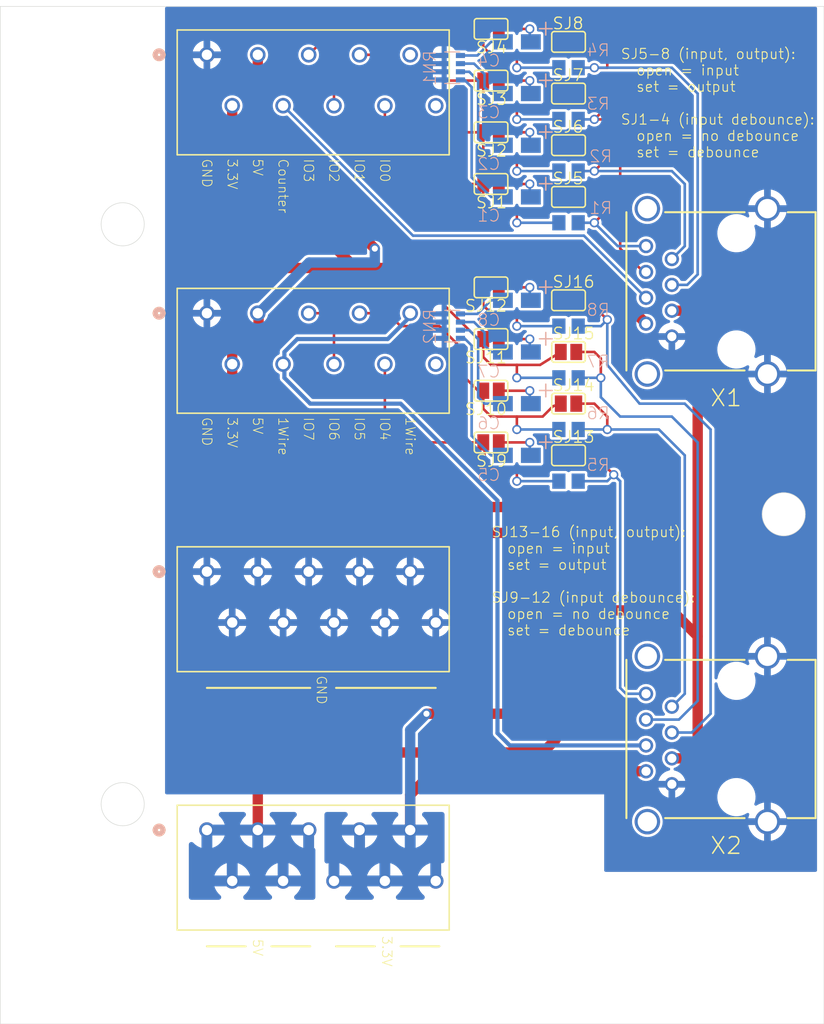
<source format=kicad_pcb>
(kicad_pcb (version 20221018) (generator pcbnew)
  (layers (0 "F.Cu" signal) (31 "B.Cu" signal) (34 "B.Paste" user) (35 "F.Paste" user) (36 "B.SilkS" user "B.Silkscreen") (37 "F.SilkS" user "F.Silkscreen") (38 "B.Mask" user) (39 "F.Mask" user) (44 "Edge.Cuts" user))
  (net 0 "")
  (net 1 "CNTR")
  (net 2 "IO3")
  (net 3 "IO1")
  (net 4 "IO0")
  (net 5 "1WIRE")
  (net 6 "IO5")
  (net 7 "IO6")
  (net 8 "IO7")
  (net 9 "+5V")
  (net 10 "+3V3")
  (net 11 "GND")
  (net 12 "IO2")
  (net 13 "N$19")
  (net 14 "N$20")
  (net 15 "N$21")
  (net 16 "N$22")
  (net 17 "N$24")
  (net 18 "N$23")
  (net 19 "N$26")
  (net 20 "N$28")
  (net 21 "N$1")
  (net 22 "N$2")
  (net 23 "N$3")
  (net 24 "N$4")
  (net 25 "N$9")
  (net 26 "N$10")
  (net 27 "N$11")
  (net 28 "N$12")
  (net 29 "N$13")
  (net 30 "N$14")
  (net 31 "N$15")
  (net 32 "N$16")
  (net 33 "N$5")
  (net 34 "N$6")
  (net 35 "N$7")
  (net 36 "N$8")
  (net 37 "IO4")
  (footprint "splitter_board:SJ" (layer "F.Cu") (at 163.8811 94.0436)
    (fp_text reference "SJ14")
    (fp_text value "")
  )
  (footprint "splitter_board:SJ" (layer "F.Cu") (at 163.8811 83.8836)
    (fp_text reference "SJ16")
    (fp_text value "")
  )
  (footprint "splitter_board:SJ" (layer "F.Cu") (at 156.2611 92.7736 180)
    (fp_text reference "SJ10")
    (fp_text value "")
  )
  (footprint "splitter_board:SJ" (layer "F.Cu") (at 156.2611 67.3736 180)
    (fp_text reference "SJ2")
    (fp_text value "")
  )
  (footprint "splitter_board:SJ" (layer "F.Cu") (at 156.2611 87.6936 180)
    (fp_text reference "SJ11")
    (fp_text value "")
  )
  (footprint "splitter_board:SJ" (layer "F.Cu") (at 163.8811 73.7236)
    (fp_text reference "SJ5")
    (fp_text value "")
  )
  (footprint "splitter_board:CONN_250-410_WAG" (layer "F.Cu") (at 128.3211 59.7536)
    (fp_text reference "J1")
    (fp_text value "250-410" hide)
  )
  (footprint "splitter_board:CONN_250-410_WAG" (layer "F.Cu") (at 128.3211 135.9536)
    (fp_text reference "J4")
    (fp_text value "250-410" hide)
  )
  (footprint "splitter_board:CONN_250-410_WAG" (layer "F.Cu") (at 128.3211 110.5536)
    (fp_text reference "J3")
    (fp_text value "250-410" hide)
  )
  (footprint "splitter_board:SJ" (layer "F.Cu") (at 156.2611 72.4536 180)
    (fp_text reference "SJ1")
    (fp_text value "")
  )
  (footprint "splitter_board:SJ" (layer "F.Cu") (at 156.2611 97.8536 180)
    (fp_text reference "SJ9")
    (fp_text value "")
  )
  (footprint "splitter_board:RJ45-SHIELD1" (layer "F.Cu") (at 180.3911 83.0036 90)
    (fp_text reference "X1")
    (fp_text value "RJ45-6L21-B" hide)
  )
  (footprint "splitter_board:RJ45-SHIELD1" (layer "F.Cu") (at 180.3911 127.0036 90)
    (fp_text reference "X2")
    (fp_text value "RJ45-6L21-B")
  )
  (footprint "splitter_board:SJ" (layer "F.Cu") (at 156.2611 62.2936 180)
    (fp_text reference "SJ3")
    (fp_text value "")
  )
  (footprint "splitter_board:SJ" (layer "F.Cu") (at 156.2611 57.2136 180)
    (fp_text reference "SJ4")
    (fp_text value "")
  )
  (footprint "splitter_board:SJ" (layer "F.Cu") (at 163.8811 99.1236)
    (fp_text reference "SJ13")
    (fp_text value "")
  )
  (footprint "splitter_board:SJ" (layer "F.Cu") (at 163.8811 58.4836)
    (fp_text reference "SJ8")
    (fp_text value "")
  )
  (footprint "splitter_board:CONN_250-410_WAG" (layer "F.Cu") (at 128.3211 85.1536)
    (fp_text reference "J2")
    (fp_text value "250-410" hide)
  )
  (footprint "splitter_board:SJ" (layer "F.Cu") (at 156.2611 82.6136 180)
    (fp_text reference "SJ12")
    (fp_text value "")
  )
  (footprint "splitter_board:SJ" (layer "F.Cu") (at 163.8811 88.9636)
    (fp_text reference "SJ15")
    (fp_text value "")
  )
  (footprint "splitter_board:SJ" (layer "F.Cu") (at 163.8811 68.6436)
    (fp_text reference "SJ6")
    (fp_text value "")
  )
  (footprint "splitter_board:SJ" (layer "F.Cu") (at 163.8811 63.5636)
    (fp_text reference "SJ7")
    (fp_text value "")
  )
  (footprint "splitter_board:R0805" (layer "B.Cu") (at 163.8811 101.6636)
    (fp_text reference "R5")
    (fp_text value "270")
  )
  (footprint "splitter_board:R0805" (layer "B.Cu") (at 163.8811 71.1836)
    (fp_text reference "R2")
    (fp_text value "270")
  )
  (footprint "splitter_board:A_3216-18R" (layer "B.Cu") (at 158.8011 73.7236)
    (fp_text reference "C1")
    (fp_text value "4.7µ")
  )
  (footprint "splitter_board:A_3216-18R" (layer "B.Cu") (at 158.8011 63.5636)
    (fp_text reference "C3")
    (fp_text value "4.7µ")
  )
  (footprint "splitter_board:CTS742C083" (layer "B.Cu") (at 152.4511 61.0236 -90)
    (fp_text reference "RN1")
    (fp_text value "120")
  )
  (footprint "splitter_board:R0805" (layer "B.Cu") (at 163.8811 66.1036)
    (fp_text reference "R3")
    (fp_text value "270")
  )
  (footprint "splitter_board:CTS742C083" (layer "B.Cu") (at 152.4511 86.4236 -90)
    (fp_text reference "RN2")
    (fp_text value "120")
  )
  (footprint "splitter_board:R0805" (layer "B.Cu") (at 163.8811 96.5836)
    (fp_text reference "R6")
    (fp_text value "270")
  )
  (footprint "splitter_board:R0805" (layer "B.Cu") (at 163.8811 86.4236)
    (fp_text reference "R8")
    (fp_text value "270")
  )
  (footprint "splitter_board:A_3216-18R" (layer "B.Cu") (at 158.8011 83.8836)
    (fp_text reference "C8")
    (fp_text value "4.7µ")
  )
  (footprint "splitter_board:A_3216-18R" (layer "B.Cu") (at 158.8011 94.0436)
    (fp_text reference "C6")
    (fp_text value "4.7µ")
  )
  (footprint "splitter_board:R0805" (layer "B.Cu") (at 163.8811 76.2636)
    (fp_text reference "R1")
    (fp_text value "270")
  )
  (footprint "splitter_board:A_3216-18R" (layer "B.Cu") (at 158.8011 58.4836)
    (fp_text reference "C4")
    (fp_text value "4.7µ")
  )
  (footprint "splitter_board:R0805" (layer "B.Cu") (at 163.8811 61.0236)
    (fp_text reference "R4")
    (fp_text value "270")
  )
  (footprint "splitter_board:A_3216-18R" (layer "B.Cu") (at 158.8011 88.9636)
    (fp_text reference "C7")
    (fp_text value "4.7µ")
  )
  (footprint "splitter_board:R0805" (layer "B.Cu") (at 163.8811 91.5036)
    (fp_text reference "R7")
    (fp_text value "270")
  )
  (footprint "splitter_board:A_3216-18R" (layer "B.Cu") (at 158.8011 68.6436)
    (fp_text reference "C2")
    (fp_text value "4.7µ")
  )
  (footprint "splitter_board:A_3216-18R" (layer "B.Cu") (at 158.8011 99.1236)
    (fp_text reference "C5")
    (fp_text value "4.7µ")
  )
  (gr_line (start 144.8311 147.3836) (end 141.0211 147.3836) (stroke (width 0.2)) (layer "F.SilkS"))
  (gr_line (start 132.1311 147.3836) (end 128.3211 147.3836) (stroke (width 0.2)) (layer "F.SilkS"))
  (gr_line (start 138.4811 147.3836) (end 134.6711 147.3836) (stroke (width 0.2)) (layer "F.SilkS"))
  (gr_line (start 141.0211 121.9836) (end 150.8211 121.9836) (stroke (width 0.2)) (layer "F.SilkS"))
  (gr_line (start 138.4811 121.9836) (end 128.3211 121.9836) (stroke (width 0.2)) (layer "F.SilkS"))
  (gr_line (start 151.1811 147.3836) (end 147.3711 147.3836) (stroke (width 0.2)) (layer "F.SilkS"))
  (gr_circle (center 120.0411 133.4136) (end 122.16242 133.4136) (stroke (width 0.05)) (fill none) (layer "Edge.Cuts"))
  (gr_circle (center 120.0411 76.4136) (end 122.16242 76.4136) (stroke (width 0.05)) (fill none) (layer "Edge.Cuts"))
  (gr_circle (center 185.0411 104.9136) (end 187.16242 104.9136) (stroke (width 0.05)) (fill none) (layer "Edge.Cuts"))
  (gr_line (start 189.0011 155.0036) (end 189.0011 55.0036) (stroke (width 0.05)) (layer "Edge.Cuts"))
  (gr_line (start 108.0011 55.0036) (end 108.0011 155.0036) (stroke (width 0.05)) (layer "Edge.Cuts"))
  (gr_line (start 108.0011 155.0036) (end 189.0011 155.0036) (stroke (width 0.05)) (layer "Edge.Cuts"))
  (gr_line (start 189.0011 55.0036) (end 108.0011 55.0036) (stroke (width 0.05)) (layer "Edge.Cuts"))
  (gr_text "+" (at 162.75 63.1) (layer "B.SilkS") (effects (font (size 1.63576 1.63576) (thickness 0.14224)) (justify left bottom mirror)))
  (gr_text "+" (at 162.75 83.42) (layer "B.SilkS") (effects (font (size 1.63576 1.63576) (thickness 0.14224)) (justify left bottom mirror)))
  (gr_text "+" (at 162.75 68.18) (layer "B.SilkS") (effects (font (size 1.63576 1.63576) (thickness 0.14224)) (justify left bottom mirror)))
  (gr_text "+" (at 162.75 93.58) (layer "B.SilkS") (effects (font (size 1.63576 1.63576) (thickness 0.14224)) (justify left bottom mirror)))
  (gr_text "+" (at 162.75 98.66) (layer "B.SilkS") (effects (font (size 1.63576 1.63576) (thickness 0.14224)) (justify left bottom mirror)))
  (gr_text "+" (at 162.75 58.02) (layer "B.SilkS") (effects (font (size 1.63576 1.63576) (thickness 0.14224)) (justify left bottom mirror)))
  (gr_text "+" (at 162.75 73.26) (layer "B.SilkS") (effects (font (size 1.63576 1.63576) (thickness 0.14224)) (justify left bottom mirror)))
  (gr_text "+" (at 162.75 88.5) (layer "B.SilkS") (effects (font (size 1.63576 1.63576) (thickness 0.14224)) (justify left bottom mirror)))
  (gr_text "IO3" (at 138.3211 69.9136 270) (layer "F.SilkS") (effects (font (size 0.93472 0.93472) (thickness 0.08128)) (justify left)))
  (gr_text "3.3V" (at 130.8211 95.3136 270) (layer "F.SilkS") (effects (font (size 0.93472 0.93472) (thickness 0.08128)) (justify left)))
  (gr_text "IO2" (at 140.8211 69.9136 270) (layer "F.SilkS") (effects (font (size 0.93472 0.93472) (thickness 0.08128)) (justify left)))
  (gr_text "5V" (at 133.3211 69.9136 270) (layer "F.SilkS") (effects (font (size 0.93472 0.93472) (thickness 0.08128)) (justify left)))
  (gr_text "GND" (at 139.5911 120.7136 270) (layer "F.SilkS") (effects (font (size 0.93472 0.93472) (thickness 0.08128)) (justify left)))
  (gr_text "IO1" (at 143.3211 69.9136 270) (layer "F.SilkS") (effects (font (size 0.93472 0.93472) (thickness 0.08128)) (justify left)))
  (gr_text "1Wire" (at 135.8211 95.3136 270) (layer "F.SilkS") (effects (font (size 0.93472 0.93472) (thickness 0.08128)) (justify left)))
  (gr_text "5V" (at 133.3211 95.3136 270) (layer "F.SilkS") (effects (font (size 0.93472 0.93472) (thickness 0.08128)) (justify left)))
  (gr_text "IO7" (at 138.3211 95.3136 270) (layer "F.SilkS") (effects (font (size 0.93472 0.93472) (thickness 0.08128)) (justify left)))
  (gr_text "Counter" (at 135.8211 69.9136 270) (layer "F.SilkS") (effects (font (size 0.93472 0.93472) (thickness 0.08128)) (justify left)))
  (gr_text "GND" (at 128.3211 95.3136 270) (layer "F.SilkS") (effects (font (size 0.93472 0.93472) (thickness 0.08128)) (justify left)))
  (gr_text "SJ5-8 (input, output):\n  open = input\n  set = output\n\nSJ1-4 (input debounce):\n  open = no debounce\n  set = debounce" (at 168.9611 69.9136) (layer "F.SilkS") (effects (font (size 1 1) (thickness 0.1016)) (justify left bottom)))
  (gr_text "GND" (at 128.3211 69.9136 270) (layer "F.SilkS") (effects (font (size 0.93472 0.93472) (thickness 0.08128)) (justify left)))
  (gr_text "IO4" (at 145.8211 95.3136 270) (layer "F.SilkS") (effects (font (size 0.93472 0.93472) (thickness 0.08128)) (justify left)))
  (gr_text "SJ13-16 (input, output):\n  open = input\n  set = output\n\nSJ9-12 (input debounce):\n  open = no debounce\n  set = debounce" (at 156.2611 116.9036) (layer "F.SilkS") (effects (font (size 1 1) (thickness 0.1016)) (justify left bottom)))
  (gr_text "1Wire" (at 148.3211 95.3136 270) (layer "F.SilkS") (effects (font (size 0.93472 0.93472) (thickness 0.08128)) (justify left)))
  (gr_text "5V" (at 133.3211 146.6036 270) (layer "F.SilkS") (effects (font (size 0.93472 0.93472) (thickness 0.08128)) (justify left)))
  (gr_text "IO6" (at 140.8211 95.3136 270) (layer "F.SilkS") (effects (font (size 0.93472 0.93472) (thickness 0.08128)) (justify left)))
  (gr_text "3.3V" (at 146.0211 146.3036 270) (layer "F.SilkS") (effects (font (size 0.93472 0.93472) (thickness 0.08128)) (justify left)))
  (gr_text "IO5" (at 143.3211 95.3136 270) (layer "F.SilkS") (effects (font (size 0.93472 0.93472) (thickness 0.08128)) (justify left)))
  (gr_text "3.3V" (at 130.8211 69.9136 270) (layer "F.SilkS") (effects (font (size 0.93472 0.93472) (thickness 0.08128)) (justify left)))
  (gr_text "IO0" (at 145.8211 69.9136 270) (layer "F.SilkS") (effects (font (size 0.93472 0.93472) (thickness 0.08128)) (justify left)))
  (segment (start 165.3961 77.5336) (end 171.5011 83.6386) (width 0.254) (layer "B.Cu") (net 1))
  (segment (start 165.3961 77.5336) (end 148.5903 77.5336) (width 0.254) (layer "B.Cu") (net 1))
  (segment (start 148.5903 77.5336) (end 135.8141 64.7574) (width 0.254) (layer "B.Cu") (net 1))
  (segment (start 166.4211 58.4836) (end 164.6431 58.4836) (width 0.254) (layer "F.Cu") (net 2))
  (segment (start 166.4211 61.0236) (end 167.6911 61.0236) (width 0.254) (layer "F.Cu") (net 2))
  (segment (start 167.6911 61.0236) (end 167.6911 59.7536) (width 0.254) (layer "F.Cu") (net 2))
  (segment (start 167.6911 59.7536) (end 166.4211 58.4836) (width 0.254) (layer "F.Cu") (net 2))
  (via (at 166.4211 61.0236) (size 0.9048) (drill 0.6) (layers "F.Cu" "B.Cu") (net 2))
  (segment (start 174.0411 82.3686) (end 175.5561 82.3686) (width 0.254) (layer "B.Cu") (net 2))
  (segment (start 176.5811 81.3436) (end 176.5811 63.5636) (width 0.254) (layer "B.Cu") (net 2))
  (segment (start 176.5811 63.5636) (end 174.0411 61.0236) (width 0.254) (layer "B.Cu") (net 2))
  (segment (start 175.5561 82.3686) (end 176.5811 81.3436) (width 0.254) (layer "B.Cu") (net 2))
  (segment (start 174.0411 61.0236) (end 166.4211 61.0236) (width 0.254) (layer "B.Cu") (net 2))
  (segment (start 164.8311 61.0236) (end 166.4211 61.0236) (width 0.254) (layer "B.Cu") (net 2))
  (segment (start 167.6911 69.9136) (end 167.6911 68.6436) (width 0.254) (layer "F.Cu") (net 3))
  (segment (start 164.6431 68.6436) (end 167.6911 68.6436) (width 0.254) (layer "F.Cu") (net 3))
  (segment (start 166.4211 71.1836) (end 167.6911 69.9136) (width 0.254) (layer "F.Cu") (net 3))
  (via (at 166.4211 71.1836) (size 0.9048) (drill 0.6) (layers "F.Cu" "B.Cu") (net 3))
  (segment (start 175.3111 78.5586) (end 174.0411 79.8286) (width 0.254) (layer "B.Cu") (net 3))
  (segment (start 166.4211 71.1836) (end 174.0411 71.1836) (width 0.254) (layer "B.Cu") (net 3))
  (segment (start 164.8311 71.1836) (end 166.4211 71.1836) (width 0.254) (layer "B.Cu") (net 3))
  (segment (start 175.3111 72.4536) (end 175.3111 78.5586) (width 0.254) (layer "B.Cu") (net 3))
  (segment (start 174.0411 71.1836) (end 175.3111 72.4536) (width 0.254) (layer "B.Cu") (net 3))
  (segment (start 167.6911 74.9936) (end 167.6911 73.7236) (width 0.254) (layer "F.Cu") (net 4))
  (segment (start 164.6431 73.7236) (end 167.6911 73.7236) (width 0.254) (layer "F.Cu") (net 4))
  (segment (start 166.4211 76.2636) (end 167.6911 74.9936) (width 0.254) (layer "F.Cu") (net 4))
  (via (at 166.4211 76.2636) (size 0.9048) (drill 0.6) (layers "F.Cu" "B.Cu") (net 4))
  (segment (start 164.8311 76.2636) (end 166.4211 76.2636) (width 0.254) (layer "B.Cu") (net 4))
  (segment (start 168.7161 78.5586) (end 166.4211 76.2636) (width 0.254) (layer "B.Cu") (net 4))
  (segment (start 171.5011 78.5586) (end 168.7161 78.5586) (width 0.254) (layer "B.Cu") (net 4))
  (segment (start 156.8961 103.5686) (end 156.8961 126.4286) (width 0.4064) (layer "B.Cu") (net 5))
  (segment (start 135.9411 90.0304) (end 135.8141 90.1574) (width 0.4064) (layer "B.Cu") (net 5))
  (segment (start 148.3109 85.1536) (end 148.3109 85.4838) (width 0.4064) (layer "B.Cu") (net 5))
  (segment (start 137.2111 87.6936) (end 135.9411 88.9636) (width 0.4064) (layer "B.Cu") (net 5))
  (segment (start 135.9411 91.5036) (end 135.9411 90.2844) (width 0.4064) (layer "B.Cu") (net 5))
  (segment (start 148.3109 85.4838) (end 146.1011 87.6936) (width 0.4064) (layer "B.Cu") (net 5))
  (segment (start 156.8961 103.5686) (end 147.3711 94.0436) (width 0.4064) (layer "B.Cu") (net 5))
  (segment (start 135.9411 88.9636) (end 135.9411 90.0304) (width 0.4064) (layer "B.Cu") (net 5))
  (segment (start 146.1011 87.6936) (end 137.2111 87.6936) (width 0.4064) (layer "B.Cu") (net 5))
  (segment (start 135.9411 90.2844) (end 135.8141 90.1574) (width 0.254) (layer "B.Cu") (net 5))
  (segment (start 138.4811 94.0436) (end 135.9411 91.5036) (width 0.4064) (layer "B.Cu") (net 5))
  (segment (start 147.3711 94.0436) (end 138.4811 94.0436) (width 0.4064) (layer "B.Cu") (net 5))
  (segment (start 171.5011 127.6386) (end 158.1061 127.6386) (width 0.4064) (layer "B.Cu") (net 5))
  (segment (start 156.8961 126.4286) (end 158.1061 127.6386) (width 0.4064) (layer "B.Cu") (net 5))
  (segment (start 164.6431 94.0436) (end 166.4211 94.0436) (width 0.254) (layer "F.Cu") (net 6))
  (segment (start 167.6911 96.5836) (end 167.6911 95.3136) (width 0.254) (layer "F.Cu") (net 6))
  (segment (start 167.6911 95.3136) (end 166.4211 94.0436) (width 0.254) (layer "F.Cu") (net 6))
  (via (at 167.6911 96.5836) (size 0.9048) (drill 0.6) (layers "F.Cu" "B.Cu") (net 6))
  (segment (start 172.7711 96.5836) (end 175.3111 99.1236) (width 0.254) (layer "B.Cu") (net 6))
  (segment (start 175.3111 99.1236) (end 175.3111 122.5586) (width 0.254) (layer "B.Cu") (net 6))
  (segment (start 164.8311 96.5836) (end 167.6911 96.5836) (width 0.254) (layer "B.Cu") (net 6))
  (segment (start 167.6911 96.5836) (end 172.7711 96.5836) (width 0.254) (layer "B.Cu") (net 6))
  (segment (start 175.3111 122.5586) (end 174.0411 123.8286) (width 0.254) (layer "B.Cu") (net 6))
  (segment (start 166.4211 88.9636) (end 167.0561 89.5986) (width 0.254) (layer "F.Cu") (net 7))
  (segment (start 164.6431 88.9636) (end 166.4211 88.9636) (width 0.254) (layer "F.Cu") (net 7))
  (segment (start 167.0561 91.5036) (end 167.0561 89.5986) (width 0.254) (layer "F.Cu") (net 7))
  (via (at 167.0561 91.5036) (size 0.9048) (drill 0.6) (layers "F.Cu" "B.Cu") (net 7))
  (segment (start 171.5011 125.0986) (end 174.7361 125.0986) (width 0.254) (layer "B.Cu") (net 7))
  (segment (start 176.5811 97.8536) (end 174.0411 95.3136) (width 0.254) (layer "B.Cu") (net 7))
  (segment (start 167.0561 93.4086) (end 167.0561 91.5036) (width 0.254) (layer "B.Cu") (net 7))
  (segment (start 174.0411 95.3136) (end 168.9611 95.3136) (width 0.254) (layer "B.Cu") (net 7))
  (segment (start 174.7361 125.0986) (end 176.5811 123.2536) (width 0.254) (layer "B.Cu") (net 7))
  (segment (start 164.8311 91.5036) (end 167.0561 91.5036) (width 0.254) (layer "B.Cu") (net 7))
  (segment (start 168.9611 95.3136) (end 167.0561 93.4086) (width 0.254) (layer "B.Cu") (net 7))
  (segment (start 176.5811 123.2536) (end 176.5811 97.8536) (width 0.254) (layer "B.Cu") (net 7))
  (segment (start 165.7861 83.8836) (end 167.6911 85.7886) (width 0.254) (layer "F.Cu") (net 8))
  (segment (start 164.6431 83.8836) (end 165.7861 83.8836) (width 0.254) (layer "F.Cu") (net 8))
  (via (at 167.6911 85.7886) (size 0.9048) (drill 0.6) (layers "F.Cu" "B.Cu") (net 8))
  (segment (start 164.8311 86.4236) (end 167.0561 86.4236) (width 0.254) (layer "B.Cu") (net 8))
  (segment (start 177.8511 96.5836) (end 177.8511 124.5236) (width 0.254) (layer "B.Cu") (net 8))
  (segment (start 167.6911 90.2336) (end 170.8661 94.0436) (width 0.254) (layer "B.Cu") (net 8))
  (segment (start 174.0411 126.3686) (end 176.0061 126.3686) (width 0.254) (layer "B.Cu") (net 8))
  (segment (start 177.8511 124.5236) (end 176.0061 126.3686) (width 0.254) (layer "B.Cu") (net 8))
  (segment (start 167.6911 85.7886) (end 167.6911 90.2336) (width 0.254) (layer "B.Cu") (net 8))
  (segment (start 167.0561 86.4236) (end 167.6911 85.7886) (width 0.254) (layer "B.Cu") (net 8))
  (segment (start 175.3111 94.0436) (end 177.8511 96.5836) (width 0.254) (layer "B.Cu") (net 8))
  (segment (start 170.8661 94.0436) (end 175.3111 94.0436) (width 0.254) (layer "B.Cu") (net 8))
  (segment (start 133.3249 129.6798) (end 134.6711 128.3336) (width 1.016) (layer "F.Cu") (net 9))
  (segment (start 162.6111 127.0636) (end 162.6111 114.3636) (width 1.016) (layer "F.Cu") (net 9))
  (segment (start 135.9411 104.2036) (end 133.4011 101.6636) (width 1.016) (layer "F.Cu") (net 9))
  (segment (start 133.3249 67.2974) (end 144.8311 78.8036) (width 1.016) (layer "F.Cu") (net 9))
  (segment (start 133.4011 101.6636) (end 133.4011 85.2298) (width 1.016) (layer "F.Cu") (net 9))
  (segment (start 160.0711 104.2036) (end 135.9411 104.2036) (width 1.016) (layer "F.Cu") (net 9))
  (segment (start 133.3249 135.9536) (end 133.3249 129.6798) (width 1.016) (layer "F.Cu") (net 9))
  (segment (start 174.0411 128.9086) (end 176.0061 128.9086) (width 1.016) (layer "F.Cu") (net 9))
  (segment (start 176.0061 128.9086) (end 176.5811 128.3336) (width 1.016) (layer "F.Cu") (net 9))
  (segment (start 162.6111 114.3636) (end 162.6111 106.7436) (width 1.016) (layer "F.Cu") (net 9))
  (segment (start 176.5811 116.9036) (end 174.0411 114.3636) (width 1.016) (layer "F.Cu") (net 9))
  (segment (start 176.5811 116.9036) (end 176.5811 86.4236) (width 1.016) (layer "F.Cu") (net 9))
  (segment (start 174.0411 84.9086) (end 175.0661 84.9086) (width 1.016) (layer "F.Cu") (net 9))
  (segment (start 161.3411 128.3336) (end 162.6111 127.0636) (width 1.016) (layer "F.Cu") (net 9))
  (segment (start 134.6711 128.3336) (end 161.3411 128.3336) (width 1.016) (layer "F.Cu") (net 9))
  (segment (start 176.5811 86.4236) (end 175.0661 84.9086) (width 1.016) (layer "F.Cu") (net 9))
  (segment (start 176.5811 128.3336) (end 176.5811 116.9036) (width 1.016) (layer "F.Cu") (net 9))
  (segment (start 133.3249 67.2974) (end 133.3249 59.7536) (width 1.016) (layer "F.Cu") (net 9))
  (segment (start 162.6111 106.7436) (end 160.0711 104.2036) (width 1.016) (layer "F.Cu") (net 9))
  (segment (start 133.4011 85.2298) (end 133.3249 85.1536) (width 1.016) (layer "F.Cu") (net 9))
  (segment (start 174.0411 114.3636) (end 162.6111 114.3636) (width 1.016) (layer "F.Cu") (net 9))
  (via (at 144.8311 78.8036) (size 0.9048) (drill 0.6) (layers "F.Cu" "B.Cu") (net 9))
  (segment (start 138.379965 80.174735) (end 133.4011 85.1536) (width 1.016) (layer "B.Cu") (net 9))
  (segment (start 144.8311 80.174735) (end 138.379965 80.174735) (width 1.016) (layer "B.Cu") (net 9))
  (segment (start 133.4011 85.1536) (end 133.3249 85.1536) (width 1.016) (layer "B.Cu") (net 9))
  (segment (start 144.8311 78.8036) (end 144.8311 80.174735) (width 1.016) (layer "B.Cu") (net 9))
  (segment (start 158.8011 106.7436) (end 160.0711 108.0136) (width 1.016) (layer "F.Cu") (net 10))
  (segment (start 148.3109 132.4738) (end 150.6061 130.1786) (width 1.016) (layer "F.Cu") (net 10))
  (segment (start 133.4011 106.7436) (end 158.8011 106.7436) (width 1.016) (layer "F.Cu") (net 10))
  (segment (start 171.5011 130.1786) (end 150.6061 130.1786) (width 1.016) (layer "F.Cu") (net 10))
  (segment (start 142.9261 80.7086) (end 166.0311 80.7086) (width 1.016) (layer "F.Cu") (net 10))
  (segment (start 134.0361 80.7086) (end 142.9261 80.7086) (width 1.016) (layer "F.Cu") (net 10))
  (segment (start 130.8103 83.9344) (end 130.8103 90.1574) (width 1.016) (layer "F.Cu") (net 10))
  (segment (start 130.8103 68.5928) (end 130.8103 64.7574) (width 1.016) (layer "F.Cu") (net 10))
  (segment (start 158.8011 124.5236) (end 149.9111 124.5236) (width 1.016) (layer "F.Cu") (net 10))
  (segment (start 130.8103 83.9344) (end 134.0361 80.7086) (width 1.016) (layer "F.Cu") (net 10))
  (segment (start 130.8103 90.1574) (end 130.8103 104.1528) (width 1.016) (layer "F.Cu") (net 10))
  (segment (start 148.3109 135.9536) (end 148.3109 132.4738) (width 1.016) (layer "F.Cu") (net 10))
  (segment (start 130.8103 68.5928) (end 142.9261 80.7086) (width 1.016) (layer "F.Cu") (net 10))
  (segment (start 160.0711 108.0136) (end 160.0711 123.2536) (width 1.016) (layer "F.Cu") (net 10))
  (segment (start 130.8103 104.1528) (end 133.4011 106.7436) (width 1.016) (layer "F.Cu") (net 10))
  (segment (start 166.0311 80.7086) (end 171.5011 86.1786) (width 1.016) (layer "F.Cu") (net 10))
  (segment (start 160.0711 123.2536) (end 158.8011 124.5236) (width 1.016) (layer "F.Cu") (net 10))
  (via (at 149.9111 124.5236) (size 0.9048) (drill 0.6) (layers "F.Cu" "B.Cu") (net 10))
  (segment (start 148.3109 126.1238) (end 149.9111 124.5236) (width 1.016) (layer "B.Cu") (net 10))
  (segment (start 148.3109 135.9536) (end 148.3109 126.1238) (width 1.016) (layer "B.Cu") (net 10))
  (segment (start 171.5011 81.0986) (end 171.2561 81.0986) (width 0.254) (layer "F.Cu") (net 12))
  (segment (start 164.6431 63.5636) (end 167.6911 63.5636) (width 0.254) (layer "F.Cu") (net 12))
  (segment (start 168.9611 78.8036) (end 168.9611 67.3736) (width 0.254) (layer "F.Cu") (net 12))
  (segment (start 168.9611 67.3736) (end 167.6911 66.1036) (width 0.254) (layer "F.Cu") (net 12))
  (segment (start 166.4211 66.1036) (end 167.6911 64.8336) (width 0.254) (layer "F.Cu") (net 12))
  (segment (start 167.6911 64.8336) (end 167.6911 63.5636) (width 0.254) (layer "F.Cu") (net 12))
  (segment (start 171.2561 81.0986) (end 168.9611 78.8036) (width 0.254) (layer "F.Cu") (net 12))
  (segment (start 167.6911 66.1036) (end 166.4211 66.1036) (width 0.254) (layer "F.Cu") (net 12))
  (via (at 166.4211 66.1036) (size 0.9048) (drill 0.6) (layers "F.Cu" "B.Cu") (net 12))
  (segment (start 164.8311 66.1036) (end 166.4211 66.1036) (width 0.254) (layer "B.Cu") (net 12))
  (segment (start 157.0231 72.4536) (end 160.0711 72.4536) (width 0.254) (layer "F.Cu") (net 13))
  (via (at 160.0711 72.4536) (size 0.9048) (drill 0.6) (layers "F.Cu" "B.Cu") (net 13))
  (segment (start 160.0711 72.4536) (end 160.0711 73.6186) (width 0.254) (layer "B.Cu") (net 13))
  (segment (start 160.0711 73.6186) (end 160.1761 73.7236) (width 0.254) (layer "B.Cu") (net 13))
  (segment (start 157.0231 67.3736) (end 160.0711 67.3736) (width 0.254) (layer "F.Cu") (net 14))
  (via (at 160.0711 67.3736) (size 0.9048) (drill 0.6) (layers "F.Cu" "B.Cu") (net 14))
  (segment (start 160.0711 68.5386) (end 160.1761 68.6436) (width 0.254) (layer "B.Cu") (net 14))
  (segment (start 160.0711 67.3736) (end 160.0711 68.5386) (width 0.254) (layer "B.Cu") (net 14))
  (segment (start 157.0231 62.2936) (end 160.0711 62.2936) (width 0.254) (layer "F.Cu") (net 15))
  (via (at 160.0711 62.2936) (size 0.9048) (drill 0.6) (layers "F.Cu" "B.Cu") (net 15))
  (segment (start 160.0711 63.4586) (end 160.1761 63.5636) (width 0.254) (layer "B.Cu") (net 15))
  (segment (start 160.0711 62.2936) (end 160.0711 63.4586) (width 0.254) (layer "B.Cu") (net 15))
  (segment (start 157.0231 57.2136) (end 160.0711 57.2136) (width 0.254) (layer "F.Cu") (net 16))
  (via (at 160.0711 57.2136) (size 0.9048) (drill 0.6) (layers "F.Cu" "B.Cu") (net 16))
  (segment (start 160.0711 57.2136) (end 160.0711 58.3786) (width 0.254) (layer "B.Cu") (net 16))
  (segment (start 160.0711 58.3786) (end 160.1761 58.4836) (width 0.254) (layer "B.Cu") (net 16))
  (segment (start 147.3711 72.4536) (end 155.4991 72.4536) (width 0.254) (layer "F.Cu") (net 17))
  (segment (start 145.8217 70.9042) (end 147.3711 72.4536) (width 0.254) (layer "F.Cu") (net 17))
  (segment (start 155.4991 72.4536) (end 155.4991 74.2316) (width 0.254) (layer "F.Cu") (net 17))
  (segment (start 158.8011 74.9936) (end 156.2611 74.9936) (width 0.254) (layer "F.Cu") (net 17))
  (segment (start 158.8011 76.2636) (end 158.8011 74.9936) (width 0.254) (layer "F.Cu") (net 17))
  (segment (start 162.3571 73.9776) (end 161.3411 74.9936) (width 0.254) (layer "F.Cu") (net 17))
  (segment (start 163.1191 73.7236) (end 162.3571 73.9776) (width 0.254) (layer "F.Cu") (net 17))
  (segment (start 145.8217 64.7574) (end 145.8217 70.9042) (width 0.254) (layer "F.Cu") (net 17))
  (segment (start 155.4991 74.2316) (end 156.2611 74.9936) (width 0.254) (layer "F.Cu") (net 17))
  (segment (start 161.3411 74.9936) (end 158.8011 74.9936) (width 0.254) (layer "F.Cu") (net 17))
  (via (at 158.8011 76.2636) (size 0.9048) (drill 0.6) (layers "F.Cu" "B.Cu") (net 17))
  (segment (start 162.9311 76.2636) (end 158.8011 76.2636) (width 0.254) (layer "B.Cu") (net 17))
  (segment (start 158.8011 71.1836) (end 158.8011 69.9136) (width 0.254) (layer "F.Cu") (net 18))
  (segment (start 148.6411 63.5636) (end 148.6411 66.1036) (width 0.254) (layer "F.Cu") (net 18))
  (segment (start 161.3411 69.9136) (end 158.8011 69.9136) (width 0.254) (layer "F.Cu") (net 18))
  (segment (start 143.3325 59.7536) (end 144.8311 59.7536) (width 0.254) (layer "F.Cu") (net 18))
  (segment (start 148.6411 66.1036) (end 149.9111 67.3736) (width 0.254) (layer "F.Cu") (net 18))
  (segment (start 155.4991 69.1516) (end 156.2611 69.9136) (width 0.254) (layer "F.Cu") (net 18))
  (segment (start 144.8311 59.7536) (end 148.6411 63.5636) (width 0.254) (layer "F.Cu") (net 18))
  (segment (start 163.1191 68.6436) (end 162.3571 68.8976) (width 0.254) (layer "F.Cu") (net 18))
  (segment (start 149.9111 67.3736) (end 155.4991 67.3736) (width 0.254) (layer "F.Cu") (net 18))
  (segment (start 155.4991 67.3736) (end 155.4991 69.1516) (width 0.254) (layer "F.Cu") (net 18))
  (segment (start 158.8011 69.9136) (end 156.2611 69.9136) (width 0.254) (layer "F.Cu") (net 18))
  (segment (start 162.3571 68.8976) (end 161.3411 69.9136) (width 0.254) (layer "F.Cu") (net 18))
  (via (at 158.8011 71.1836) (size 0.9048) (drill 0.6) (layers "F.Cu" "B.Cu") (net 18))
  (segment (start 162.9311 71.1836) (end 158.8011 71.1836) (width 0.254) (layer "B.Cu") (net 18))
  (segment (start 155.4991 62.2936) (end 155.4991 64.0716) (width 0.254) (layer "F.Cu") (net 19))
  (segment (start 142.2911 58.4836) (end 144.8311 58.4836) (width 0.254) (layer "F.Cu") (net 19))
  (segment (start 140.8179 59.9568) (end 142.2911 58.4836) (width 0.254) (layer "F.Cu") (net 19))
  (segment (start 148.6411 62.2936) (end 155.4991 62.2936) (width 0.254) (layer "F.Cu") (net 19))
  (segment (start 158.8011 64.8336) (end 156.2611 64.8336) (width 0.254) (layer "F.Cu") (net 19))
  (segment (start 163.1191 63.5636) (end 162.3571 63.8176) (width 0.254) (layer "F.Cu") (net 19))
  (segment (start 162.3571 63.8176) (end 161.3411 64.8336) (width 0.254) (layer "F.Cu") (net 19))
  (segment (start 144.8311 58.4836) (end 148.6411 62.2936) (width 0.254) (layer "F.Cu") (net 19))
  (segment (start 158.8011 66.1036) (end 158.8011 64.8336) (width 0.254) (layer "F.Cu") (net 19))
  (segment (start 155.4991 64.0716) (end 156.2611 64.8336) (width 0.254) (layer "F.Cu") (net 19))
  (segment (start 161.3411 64.8336) (end 158.8011 64.8336) (width 0.254) (layer "F.Cu") (net 19))
  (segment (start 140.8179 64.7574) (end 140.8179 59.9568) (width 0.254) (layer "F.Cu") (net 19))
  (via (at 158.8011 66.1036) (size 0.9048) (drill 0.6) (layers "F.Cu" "B.Cu") (net 19))
  (segment (start 162.9311 66.1036) (end 158.8011 66.1036) (width 0.254) (layer "B.Cu") (net 19))
  (segment (start 155.4991 57.2136) (end 140.8687 57.2136) (width 0.254) (layer "F.Cu") (net 20))
  (segment (start 162.3571 58.7376) (end 161.3411 59.7536) (width 0.254) (layer "F.Cu") (net 20))
  (segment (start 158.8011 59.7536) (end 156.2611 59.7536) (width 0.254) (layer "F.Cu") (net 20))
  (segment (start 161.3411 59.7536) (end 158.8011 59.7536) (width 0.254) (layer "F.Cu") (net 20))
  (segment (start 140.8687 57.2136) (end 138.3287 59.7536) (width 0.254) (layer "F.Cu") (net 20))
  (segment (start 155.4991 57.2136) (end 155.4991 58.9916) (width 0.254) (layer "F.Cu") (net 20))
  (segment (start 163.1191 58.4836) (end 162.3571 58.7376) (width 0.254) (layer "F.Cu") (net 20))
  (segment (start 155.4991 58.9916) (end 156.2611 59.7536) (width 0.254) (layer "F.Cu") (net 20))
  (segment (start 158.8011 61.0236) (end 158.8011 59.7536) (width 0.254) (layer "F.Cu") (net 20))
  (via (at 158.8011 61.0236) (size 0.9048) (drill 0.6) (layers "F.Cu" "B.Cu") (net 20))
  (segment (start 162.9311 61.0236) (end 158.8011 61.0236) (width 0.254) (layer "B.Cu") (net 20))
  (segment (start 153.2511 85.2236) (end 154.9211 85.2236) (width 0.254) (layer "B.Cu") (net 21))
  (segment (start 154.9211 85.2236) (end 156.2611 83.8836) (width 0.254) (layer "B.Cu") (net 21))
  (segment (start 156.2611 83.8836) (end 157.4261 83.8836) (width 0.254) (layer "B.Cu") (net 21))
  (segment (start 155.6261 88.3286) (end 155.6261 87.0586) (width 0.254) (layer "B.Cu") (net 22))
  (segment (start 156.2611 88.9636) (end 155.6261 88.3286) (width 0.254) (layer "B.Cu") (net 22))
  (segment (start 157.4261 88.9636) (end 156.2611 88.9636) (width 0.254) (layer "B.Cu") (net 22))
  (segment (start 154.5911 86.0236) (end 155.6261 87.0586) (width 0.254) (layer "B.Cu") (net 22))
  (segment (start 153.2511 86.0236) (end 154.5911 86.0236) (width 0.254) (layer "B.Cu") (net 22))
  (segment (start 153.2511 86.8236) (end 154.1211 86.8236) (width 0.254) (layer "B.Cu") (net 23))
  (segment (start 154.9911 93.4086) (end 154.9911 87.6936) (width 0.254) (layer "B.Cu") (net 23))
  (segment (start 154.9911 87.6936) (end 154.3561 87.0586) (width 0.254) (layer "B.Cu") (net 23))
  (segment (start 155.6261 94.0436) (end 154.9911 93.4086) (width 0.254) (layer "B.Cu") (net 23))
  (segment (start 157.4261 94.0436) (end 155.6261 94.0436) (width 0.254) (layer "B.Cu") (net 23))
  (segment (start 154.1211 86.8236) (end 154.3561 87.0586) (width 0.254) (layer "B.Cu") (net 23))
  (segment (start 157.4261 99.1236) (end 156.2611 99.1236) (width 0.254) (layer "B.Cu") (net 24))
  (segment (start 153.2511 87.6236) (end 153.6511 87.6236) (width 0.254) (layer "B.Cu") (net 24))
  (segment (start 154.3561 97.2186) (end 154.3561 88.3286) (width 0.254) (layer "B.Cu") (net 24))
  (segment (start 156.2611 99.1236) (end 154.3561 97.2186) (width 0.254) (layer "B.Cu") (net 24))
  (segment (start 154.3561 88.3286) (end 153.6511 87.6236) (width 0.254) (layer "B.Cu") (net 24))
  (segment (start 157.0231 97.8536) (end 160.0711 97.8536) (width 0.254) (layer "F.Cu") (net 25))
  (via (at 160.0711 97.8536) (size 0.9048) (drill 0.6) (layers "F.Cu" "B.Cu") (net 25))
  (segment (start 160.0711 97.8536) (end 160.0711 99.0186) (width 0.254) (layer "B.Cu") (net 25))
  (segment (start 160.0711 99.0186) (end 160.1761 99.1236) (width 0.254) (layer "B.Cu") (net 25))
  (segment (start 157.0231 92.7736) (end 160.0711 92.7736) (width 0.254) (layer "F.Cu") (net 26))
  (via (at 160.0711 92.7736) (size 0.9048) (drill 0.6) (layers "F.Cu" "B.Cu") (net 26))
  (segment (start 160.0711 93.9386) (end 160.1761 94.0436) (width 0.254) (layer "B.Cu") (net 26))
  (segment (start 160.0711 92.7736) (end 160.0711 93.9386) (width 0.254) (layer "B.Cu") (net 26))
  (segment (start 157.0231 87.6936) (end 160.0711 87.6936) (width 0.254) (layer "F.Cu") (net 27))
  (via (at 160.0711 87.6936) (size 0.9048) (drill 0.6) (layers "F.Cu" "B.Cu") (net 27))
  (segment (start 160.0711 88.8586) (end 160.1761 88.9636) (width 0.254) (layer "B.Cu") (net 27))
  (segment (start 160.0711 87.6936) (end 160.0711 88.8586) (width 0.254) (layer "B.Cu") (net 27))
  (segment (start 157.0231 82.6136) (end 160.0711 82.6136) (width 0.254) (layer "F.Cu") (net 28))
  (via (at 160.0711 82.6136) (size 0.9048) (drill 0.6) (layers "F.Cu" "B.Cu") (net 28))
  (segment (start 160.0711 83.7786) (end 160.1761 83.8836) (width 0.254) (layer "B.Cu") (net 28))
  (segment (start 160.0711 82.6136) (end 160.0711 83.7786) (width 0.254) (layer "B.Cu") (net 28))
  (segment (start 155.6261 97.9806) (end 155.4991 97.8536) (width 0.254) (layer "F.Cu") (net 29))
  (segment (start 158.8011 100.3936) (end 156.2611 100.3936) (width 0.254) (layer "F.Cu") (net 29))
  (segment (start 145.8217 90.1574) (end 145.8217 95.0342) (width 0.254) (layer "F.Cu") (net 29))
  (segment (start 162.3571 99.3776) (end 161.3411 100.3936) (width 0.254) (layer "F.Cu") (net 29))
  (segment (start 158.8011 101.6636) (end 158.8011 100.3936) (width 0.254) (layer "F.Cu") (net 29))
  (segment (start 148.6411 97.8536) (end 155.4991 97.8536) (width 0.254) (layer "F.Cu") (net 29))
  (segment (start 163.1191 99.1236) (end 162.3571 99.3776) (width 0.254) (layer "F.Cu") (net 29))
  (segment (start 156.2611 100.3936) (end 155.6261 99.7586) (width 0.254) (layer "F.Cu") (net 29))
  (segment (start 161.3411 100.3936) (end 158.8011 100.3936) (width 0.254) (layer "F.Cu") (net 29))
  (segment (start 145.8217 95.0342) (end 148.6411 97.8536) (width 0.254) (layer "F.Cu") (net 29))
  (segment (start 155.6261 99.7586) (end 155.6261 97.9806) (width 0.254) (layer "F.Cu") (net 29))
  (via (at 158.8011 101.6636) (size 0.9048) (drill 0.6) (layers "F.Cu" "B.Cu") (net 29))
  (segment (start 162.9311 101.6636) (end 158.8011 101.6636) (width 0.254) (layer "B.Cu") (net 29))
  (segment (start 153.7211 91.5036) (end 154.9911 92.7736) (width 0.254) (layer "F.Cu") (net 30))
  (segment (start 143.3325 85.1536) (end 146.1011 85.1536) (width 0.254) (layer "F.Cu") (net 30))
  (segment (start 158.8011 96.5836) (end 158.8011 95.3136) (width 0.254) (layer "F.Cu") (net 30))
  (segment (start 151.1811 86.4236) (end 153.7211 88.9636) (width 0.254) (layer "F.Cu") (net 30))
  (segment (start 147.3711 86.4236) (end 151.1811 86.4236) (width 0.254) (layer "F.Cu") (net 30))
  (segment (start 158.8011 95.3136) (end 156.2611 95.3136) (width 0.254) (layer "F.Cu") (net 30))
  (segment (start 162.3571 94.2976) (end 161.3411 95.3136) (width 0.254) (layer "F.Cu") (net 30))
  (segment (start 161.3411 95.3136) (end 158.8011 95.3136) (width 0.254) (layer "F.Cu") (net 30))
  (segment (start 154.9911 92.7736) (end 155.4991 92.7736) (width 0.254) (layer "F.Cu") (net 30))
  (segment (start 153.7211 88.9636) (end 153.7211 91.5036) (width 0.254) (layer "F.Cu") (net 30))
  (segment (start 146.1011 85.1536) (end 147.3711 86.4236) (width 0.254) (layer "F.Cu") (net 30))
  (segment (start 155.4991 92.7736) (end 155.4991 94.5516) (width 0.254) (layer "F.Cu") (net 30))
  (segment (start 163.1191 94.0436) (end 162.3571 94.2976) (width 0.254) (layer "F.Cu") (net 30))
  (segment (start 156.2611 95.3136) (end 155.4991 94.5516) (width 0.254) (layer "F.Cu") (net 30))
  (via (at 158.8011 96.5836) (size 0.9048) (drill 0.6) (layers "F.Cu" "B.Cu") (net 30))
  (segment (start 162.9311 96.5836) (end 158.8011 96.5836) (width 0.254) (layer "B.Cu") (net 30))
  (segment (start 154.9911 87.6936) (end 155.4991 87.6936) (width 0.254) (layer "F.Cu") (net 31))
  (segment (start 140.8179 85.3568) (end 142.2911 83.8836) (width 0.254) (layer "F.Cu") (net 31))
  (segment (start 158.8011 91.5036) (end 158.8011 90.2336) (width 0.254) (layer "F.Cu") (net 31))
  (segment (start 142.2911 83.8836) (end 151.1811 83.8836) (width 0.254) (layer "F.Cu") (net 31))
  (segment (start 156.2611 90.2336) (end 158.8011 90.2336) (width 0.254) (layer "F.Cu") (net 31))
  (segment (start 155.4991 87.6936) (end 155.4991 89.4716) (width 0.254) (layer "F.Cu") (net 31))
  (segment (start 140.8179 90.1574) (end 140.8179 85.3568) (width 0.254) (layer "F.Cu") (net 31))
  (segment (start 151.1811 83.8836) (end 154.9911 87.6936) (width 0.254) (layer "F.Cu") (net 31))
  (segment (start 161.0871 90.2336) (end 163.1191 88.9636) (width 0.254) (layer "F.Cu") (net 31))
  (segment (start 158.8011 90.2336) (end 161.0871 90.2336) (width 0.254) (layer "F.Cu") (net 31))
  (segment (start 155.4991 89.4716) (end 156.2611 90.2336) (width 0.254) (layer "F.Cu") (net 31))
  (via (at 158.8011 91.5036) (size 0.9048) (drill 0.6) (layers "F.Cu" "B.Cu") (net 31))
  (segment (start 162.9311 91.5036) (end 158.8011 91.5036) (width 0.254) (layer "B.Cu") (net 31))
  (segment (start 156.2611 85.1536) (end 158.8011 85.1536) (width 0.254) (layer "F.Cu") (net 32))
  (segment (start 161.0871 85.1536) (end 163.1191 83.8836) (width 0.254) (layer "F.Cu") (net 32))
  (segment (start 158.8011 85.1536) (end 161.0871 85.1536) (width 0.254) (layer "F.Cu") (net 32))
  (segment (start 142.2911 82.6136) (end 155.4991 82.6136) (width 0.254) (layer "F.Cu") (net 32))
  (segment (start 138.3287 85.1536) (end 139.7511 85.1536) (width 0.254) (layer "F.Cu") (net 32))
  (segment (start 155.4991 82.6136) (end 155.4991 84.3916) (width 0.254) (layer "F.Cu") (net 32))
  (segment (start 158.8011 86.4236) (end 158.8011 85.1536) (width 0.254) (layer "F.Cu") (net 32))
  (segment (start 139.7511 85.1536) (end 142.2911 82.6136) (width 0.254) (layer "F.Cu") (net 32))
  (segment (start 155.4991 84.3916) (end 156.2611 85.1536) (width 0.254) (layer "F.Cu") (net 32))
  (via (at 158.8011 86.4236) (size 0.9048) (drill 0.6) (layers "F.Cu" "B.Cu") (net 32))
  (segment (start 162.9311 86.4236) (end 158.8011 86.4236) (width 0.254) (layer "B.Cu") (net 32))
  (segment (start 156.2611 58.4836) (end 157.4261 58.4836) (width 0.254) (layer "B.Cu") (net 33))
  (segment (start 153.2511 59.8236) (end 154.9211 59.8236) (width 0.254) (layer "B.Cu") (net 33))
  (segment (start 154.9211 59.8236) (end 156.2611 58.4836) (width 0.254) (layer "B.Cu") (net 33))
  (segment (start 153.2511 60.6236) (end 154.5911 60.6236) (width 0.254) (layer "B.Cu") (net 34))
  (segment (start 154.5911 60.6236) (end 155.6261 61.6586) (width 0.254) (layer "B.Cu") (net 34))
  (segment (start 155.6261 62.9286) (end 156.2611 63.5636) (width 0.254) (layer "B.Cu") (net 34))
  (segment (start 155.6261 61.6586) (end 155.6261 62.9286) (width 0.254) (layer "B.Cu") (net 34))
  (segment (start 156.2611 63.5636) (end 157.4261 63.5636) (width 0.254) (layer "B.Cu") (net 34))
  (segment (start 154.9911 62.2936) (end 154.9911 68.0086) (width 0.254) (layer "B.Cu") (net 35))
  (segment (start 154.1211 61.4236) (end 154.9911 62.2936) (width 0.254) (layer "B.Cu") (net 35))
  (segment (start 155.6261 68.6436) (end 157.4261 68.6436) (width 0.254) (layer "B.Cu") (net 35))
  (segment (start 153.2511 61.4236) (end 154.1211 61.4236) (width 0.254) (layer "B.Cu") (net 35))
  (segment (start 154.9911 68.0086) (end 155.6261 68.6436) (width 0.254) (layer "B.Cu") (net 35))
  (segment (start 156.2611 73.7236) (end 154.3561 71.8186) (width 0.254) (layer "B.Cu") (net 36))
  (segment (start 157.4261 73.7236) (end 156.2611 73.7236) (width 0.254) (layer "B.Cu") (net 36))
  (segment (start 154.3561 62.9286) (end 153.6511 62.2236) (width 0.254) (layer "B.Cu") (net 36))
  (segment (start 153.2511 62.2236) (end 153.6511 62.2236) (width 0.254) (layer "B.Cu") (net 36))
  (segment (start 154.3561 71.8186) (end 154.3561 62.9286) (width 0.254) (layer "B.Cu") (net 36))
  (segment (start 164.6431 99.1236) (end 166.4211 99.1236) (width 0.254) (layer "F.Cu") (net 37))
  (segment (start 168.3261 101.0286) (end 166.4211 99.1236) (width 0.254) (layer "F.Cu") (net 37))
  (via (at 168.3261 101.0286) (size 0.9048) (drill 0.6) (layers "F.Cu" "B.Cu") (net 37))
  (segment (start 169.5361 122.5586) (end 168.9611 121.9836) (width 0.254) (layer "B.Cu") (net 37))
  (segment (start 168.9611 121.9836) (end 168.9611 101.6636) (width 0.254) (layer "B.Cu") (net 37))
  (segment (start 168.9611 101.6636) (end 168.3261 101.0286) (width 0.254) (layer "B.Cu") (net 37))
  (segment (start 171.5011 122.5586) (end 169.5361 122.5586) (width 0.254) (layer "B.Cu") (net 37))
  (segment (start 167.6911 101.6636) (end 168.3261 101.0286) (width 0.254) (layer "B.Cu") (net 37))
  (segment (start 164.8311 101.6636) (end 167.6911 101.6636) (width 0.254) (layer "B.Cu") (net 37))
  (zone (net 9) (net_name "+5V") (layer "B.Cu") (priority 6) (connect_pads (clearance 0.254)) (min_thickness 0.508) (fill yes (thermal_gap 1.066) (thermal_bridge_width 1.066))
    (polygon (pts (xy 138.9891 142.8116) (xy 126.5431 142.8116) (xy 126.5431 134.1756) (xy 138.9891 134.1756)))
  )
  (zone (net 11) (net_name "GND") (layer "B.Cu") (priority 6) (connect_pads (clearance 0.254)) (min_thickness 0.3048) (fill yes (thermal_gap 0.6596) (thermal_bridge_width 0.6596))
    (polygon (pts (xy 188.3159 140.0684) (xy 167.3863 140.0684) (xy 167.3863 132.4484) (xy 124.2063 132.4484) (xy 124.2063 54.3688) (xy 188.3159 54.3688)))
  )
  (zone (net 10) (net_name "+3V3") (layer "B.Cu") (priority 6) (connect_pads (clearance 0.000001)) (min_thickness 0.508) (fill yes (thermal_gap 1.066) (thermal_bridge_width 1.066))
    (polygon (pts (xy 151.6891 142.8116) (xy 139.8781 142.8116) (xy 139.8781 134.1756) (xy 151.6891 134.1756)))
  )
)
</source>
